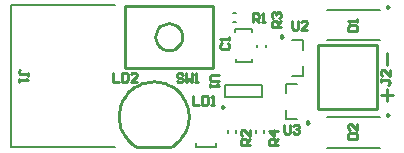
<source format=gto>
G04*
G04 #@! TF.GenerationSoftware,Altium Limited,Altium Designer,21.4.1 (30)*
G04*
G04 Layer_Color=65535*
%FSLAX25Y25*%
%MOIN*%
G70*
G04*
G04 #@! TF.SameCoordinates,1EC51C1C-F771-4994-86DF-2D69714EE4D9*
G04*
G04*
G04 #@! TF.FilePolarity,Positive*
G04*
G01*
G75*
%ADD10C,0.00984*%
%ADD11C,0.01000*%
%ADD12C,0.00787*%
D10*
X226378Y113004D02*
X225640Y113430D01*
Y112578D01*
X226378Y113004D01*
Y148917D02*
X225640Y149344D01*
Y148491D01*
X226378Y148917D01*
X191063Y139087D02*
X190325Y139513D01*
Y138660D01*
X191063Y139087D01*
X199921Y110413D02*
X199183Y110840D01*
Y109987D01*
X199921Y110413D01*
X171405Y115587D02*
X170667Y116013D01*
Y115160D01*
X171405Y115587D01*
D11*
X157500Y139000D02*
X157388Y139991D01*
X157059Y140933D01*
X156528Y141777D01*
X155823Y142482D01*
X154978Y143013D01*
X154037Y143342D01*
X153046Y143454D01*
X152055Y143342D01*
X151113Y143013D01*
X150269Y142482D01*
X149563Y141777D01*
X149033Y140933D01*
X148703Y139991D01*
X148592Y139000D01*
X148703Y138009D01*
X149033Y137067D01*
X149563Y136223D01*
X150269Y135518D01*
X151113Y134987D01*
X152055Y134658D01*
X153046Y134546D01*
X154037Y134658D01*
X154978Y134987D01*
X155823Y135518D01*
X156528Y136223D01*
X157059Y137067D01*
X157388Y138009D01*
X157500Y139000D01*
X153512Y102264D02*
X154365Y102771D01*
X155172Y103350D01*
X155926Y103995D01*
X156623Y104702D01*
X157256Y105466D01*
X157823Y106281D01*
X158317Y107142D01*
X158737Y108041D01*
X159078Y108974D01*
X159339Y109931D01*
X159516Y110908D01*
X159610Y111896D01*
X159619Y112889D01*
X159544Y113879D01*
X159384Y114858D01*
X159142Y115821D01*
X158818Y116759D01*
X158415Y117666D01*
X157936Y118536D01*
X157385Y119362D01*
X156765Y120137D01*
X156082Y120857D01*
X155340Y121516D01*
X154544Y122109D01*
X153700Y122633D01*
X152815Y123082D01*
X151895Y123454D01*
X150946Y123746D01*
X149976Y123957D01*
X148992Y124083D01*
X148000Y124126D01*
X147008Y124083D01*
X146024Y123957D01*
X145054Y123746D01*
X144105Y123454D01*
X143185Y123082D01*
X142300Y122633D01*
X141456Y122109D01*
X140660Y121516D01*
X139918Y120857D01*
X139234Y120137D01*
X138615Y119362D01*
X138064Y118536D01*
X137585Y117666D01*
X137182Y116759D01*
X136858Y115821D01*
X136616Y114858D01*
X136456Y113879D01*
X136381Y112889D01*
X136390Y111896D01*
X136484Y110908D01*
X136662Y109931D01*
X136922Y108974D01*
X137263Y108041D01*
X137683Y107142D01*
X138177Y106281D01*
X138744Y105466D01*
X139377Y104702D01*
X140074Y103995D01*
X140829Y103350D01*
X141635Y102771D01*
X142488Y102264D01*
X138479Y149236D02*
X167613D01*
Y128764D02*
Y149236D01*
X138479Y128764D02*
Y149236D01*
Y128764D02*
X167613D01*
X142488Y102264D02*
X153512D01*
X202756Y114961D02*
X222441D01*
X202756Y136221D02*
X222441D01*
Y114961D02*
Y136221D01*
X202756Y114961D02*
Y136221D01*
X106000Y126000D02*
Y127000D01*
Y126500D01*
X103500D01*
X103000Y127000D01*
Y127499D01*
X103500Y127999D01*
X103000Y125000D02*
Y124001D01*
Y124501D01*
X106000D01*
X105500Y125000D01*
X212890Y105001D02*
X215889D01*
Y106500D01*
X215389Y107000D01*
X213390D01*
X212890Y106500D01*
Y105001D01*
X215889Y109999D02*
Y108000D01*
X213890Y109999D01*
X213390D01*
X212890Y109499D01*
Y108500D01*
X213390Y108000D01*
X212890Y140914D02*
X215889D01*
Y142414D01*
X215389Y142913D01*
X213390D01*
X212890Y142414D01*
Y140914D01*
X215889Y143913D02*
Y144913D01*
Y144413D01*
X212890D01*
X213390Y143913D01*
X194253Y144315D02*
Y141815D01*
X194753Y141315D01*
X195752D01*
X196252Y141815D01*
Y144315D01*
X199251Y141315D02*
X197252D01*
X199251Y143315D01*
Y143815D01*
X198751Y144315D01*
X197752D01*
X197252Y143815D01*
X180973Y143776D02*
Y146775D01*
X182473D01*
X182972Y146275D01*
Y145276D01*
X182473Y144776D01*
X180973D01*
X181973D02*
X182972Y143776D01*
X183972D02*
X184972D01*
X184472D01*
Y146775D01*
X183972Y146275D01*
X157752Y126393D02*
X157253Y126893D01*
X156253D01*
X155753Y126393D01*
Y125893D01*
X156253Y125394D01*
X157253D01*
X157752Y124894D01*
Y124394D01*
X157253Y123894D01*
X156253D01*
X155753Y124394D01*
X158752Y126893D02*
Y123894D01*
X159752Y124894D01*
X160751Y123894D01*
Y126893D01*
X161751Y123894D02*
X162751D01*
X162251D01*
Y126893D01*
X161751Y126393D01*
X134289Y127090D02*
Y124091D01*
X136288D01*
X137288Y127090D02*
Y124091D01*
X138787D01*
X139287Y124591D01*
Y126590D01*
X138787Y127090D01*
X137288D01*
X142286Y124091D02*
X140287D01*
X142286Y126090D01*
Y126590D01*
X141786Y127090D01*
X140787D01*
X140287Y126590D01*
X191497Y109767D02*
Y107268D01*
X191997Y106768D01*
X192996D01*
X193496Y107268D01*
Y109767D01*
X194496Y109267D02*
X194996Y109767D01*
X195995D01*
X196495Y109267D01*
Y108768D01*
X195995Y108268D01*
X195496D01*
X195995D01*
X196495Y107768D01*
Y107268D01*
X195995Y106768D01*
X194996D01*
X194496Y107268D01*
X161167Y119315D02*
Y116315D01*
X163166D01*
X164165Y119315D02*
Y116315D01*
X165665D01*
X166165Y116815D01*
Y118815D01*
X165665Y119315D01*
X164165D01*
X167165Y116315D02*
X168164D01*
X167664D01*
Y119315D01*
X167165Y118815D01*
X179999Y103001D02*
X177000D01*
Y104500D01*
X177500Y105000D01*
X178500D01*
X179000Y104500D01*
Y103001D01*
Y104000D02*
X179999Y105000D01*
Y107999D02*
Y106000D01*
X178000Y107999D01*
X177500D01*
X177000Y107499D01*
Y106500D01*
X177500Y106000D01*
X223697Y125091D02*
Y124091D01*
Y124591D01*
X226197D01*
X226696Y124091D01*
Y123591D01*
X226197Y123091D01*
X226696Y128090D02*
Y126090D01*
X224697Y128090D01*
X224197D01*
X223697Y127590D01*
Y126590D01*
X224197Y126090D01*
X225725Y117732D02*
Y121731D01*
X223726Y119732D02*
X227725D01*
X225725Y129728D02*
Y133727D01*
X170752Y136811D02*
X170252Y136311D01*
Y135311D01*
X170752Y134812D01*
X172752D01*
X173251Y135311D01*
Y136311D01*
X172752Y136811D01*
X173251Y137811D02*
Y138810D01*
Y138311D01*
X170252D01*
X170752Y137811D01*
X190279Y142186D02*
X187280D01*
Y143685D01*
X187780Y144185D01*
X188779D01*
X189279Y143685D01*
Y142186D01*
Y143185D02*
X190279Y144185D01*
X187780Y145185D02*
X187280Y145685D01*
Y146684D01*
X187780Y147184D01*
X188280D01*
X188779Y146684D01*
Y146185D01*
Y146684D01*
X189279Y147184D01*
X189779D01*
X190279Y146684D01*
Y145685D01*
X189779Y145185D01*
X189499Y103001D02*
X186501D01*
Y104500D01*
X187000Y105000D01*
X188000D01*
X188500Y104500D01*
Y103001D01*
Y104000D02*
X189499Y105000D01*
Y107499D02*
X186501D01*
X188000Y106000D01*
Y107999D01*
X169610Y126212D02*
X167111D01*
X166611Y125712D01*
Y124712D01*
X167111Y124213D01*
X169610D01*
X166611Y123213D02*
Y122213D01*
Y122713D01*
X169610D01*
X169110Y123213D01*
D12*
X100377Y102303D02*
X135134D01*
X100398Y149567D02*
X135134D01*
X100377Y102303D02*
X100398Y149567D01*
X205610Y101882D02*
X223327D01*
X205610Y112118D02*
X223327D01*
X205610Y137795D02*
X223327D01*
X205610Y148031D02*
X223327D01*
X197756Y126094D02*
Y129244D01*
X194213Y126094D02*
X197756D01*
Y134756D02*
Y137906D01*
X194213D02*
X197756D01*
X174600Y144100D02*
X175400D01*
X174600Y146856D02*
X175400D01*
X192244Y120256D02*
Y123406D01*
X195787D01*
X192244Y111594D02*
Y114744D01*
Y111594D02*
X195787D01*
X168800Y102200D02*
Y103579D01*
X162200Y102200D02*
Y103579D01*
Y102200D02*
X168800D01*
X175400Y107100D02*
Y107900D01*
X172644Y107100D02*
Y107900D01*
X180658Y140504D02*
Y141504D01*
X175258D02*
X180658D01*
X175258Y140504D02*
Y141504D01*
X175300Y130500D02*
Y131500D01*
Y130500D02*
X180700D01*
Y131500D01*
X182600Y135600D02*
Y136400D01*
X185356Y135600D02*
Y136400D01*
X184900Y107100D02*
Y107900D01*
X182144Y107100D02*
Y107900D01*
X171898Y119032D02*
Y122968D01*
X184102Y119032D02*
Y122968D01*
X171898Y119032D02*
X184102D01*
X171898Y122968D02*
X184102D01*
M02*

</source>
